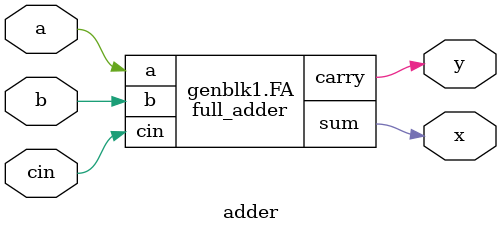
<source format=v>
module full_adder(
    input a,b,cin,
    output sum,carry
        );

    assign {carry,sum} = a+b+cin;

endmodule

module full_subtractor(
            input a,b,cin,
            output diff,borrow
                );

    assign {borrow,diff} = a-b-cin;
 // assign diff = a^b^cin; 
 // assign borrow = ~a&b | cin&(a^b);


endmodule

module adder #(parameter mode=0)(
        input a,b,cin,//bin,
        output x,y
            );
     
  //   assign cin=bin;
    generate
        if(mode==0)
            full_adder FA(
                .a(a),
                .b(b),
                .cin(cin),
                .sum(x),
                .carry(y)
                          );

            else
                full_subtractor FS(
                    .a(a),
                    .b(b),
                    //.bin(bin),
                    .cin(cin),
                    .diff(x),
                    .borrow(y)
                               );

                endgenerate
        endmodule        


</source>
